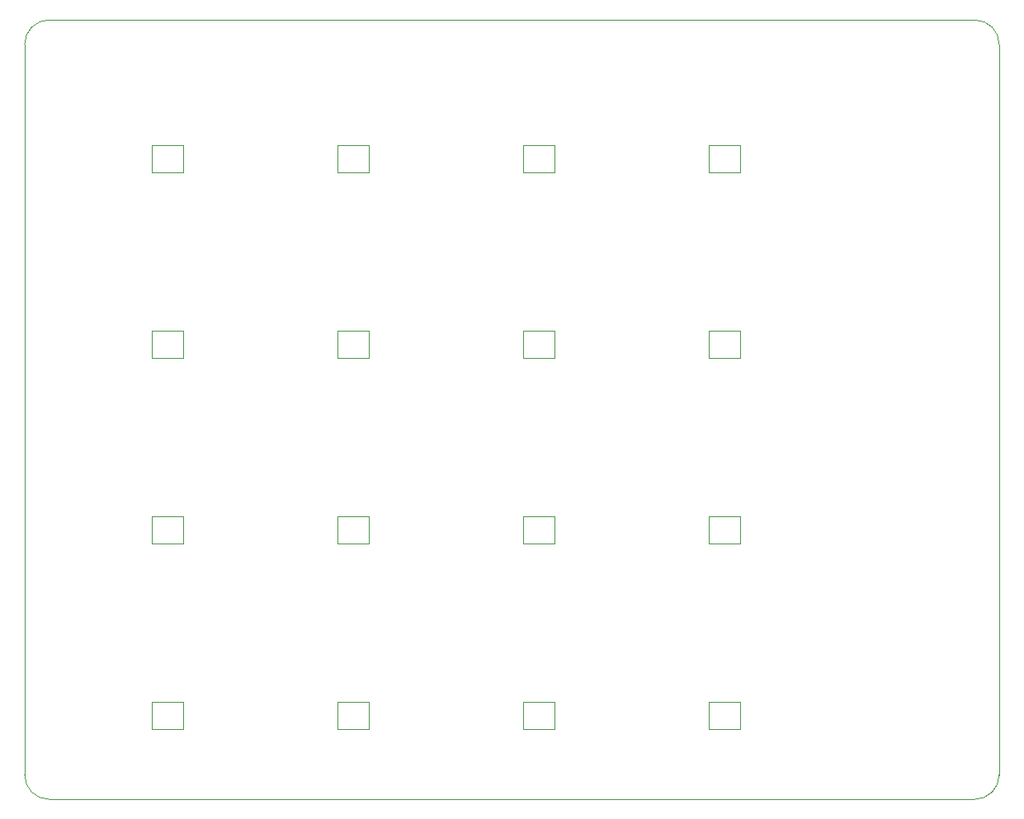
<source format=gbr>
%TF.GenerationSoftware,KiCad,Pcbnew,6.0.7+dfsg-1~bpo11+1*%
%TF.CreationDate,2022-11-02T04:35:51+00:00*%
%TF.ProjectId,MK74HC-16,4d4b3734-4843-42d3-9136-2e6b69636164,rev?*%
%TF.SameCoordinates,Original*%
%TF.FileFunction,Profile,NP*%
%FSLAX46Y46*%
G04 Gerber Fmt 4.6, Leading zero omitted, Abs format (unit mm)*
G04 Created by KiCad (PCBNEW 6.0.7+dfsg-1~bpo11+1) date 2022-11-02 04:35:51*
%MOMM*%
%LPD*%
G01*
G04 APERTURE LIST*
%TA.AperFunction,Profile*%
%ADD10C,0.050000*%
%TD*%
%TA.AperFunction,Profile*%
%ADD11C,0.020000*%
%TD*%
G04 APERTURE END LIST*
D10*
X100000000Y77500000D02*
G75*
G03*
X97500000Y80000000I-2500000J0D01*
G01*
X0Y2500000D02*
G75*
G03*
X2500000Y0I2500000J0D01*
G01*
X100000000Y2500000D02*
X100000000Y77500000D01*
X97500000Y0D02*
G75*
G03*
X100000000Y2500000I0J2500000D01*
G01*
X97500000Y80000000D02*
X2500000Y80000000D01*
X2500000Y0D02*
X97500000Y0D01*
X0Y77500000D02*
X0Y2500000D01*
X2500000Y80000000D02*
G75*
G03*
X0Y77500000I0J-2500000D01*
G01*
D11*
%TO.C,D13*%
X73402000Y7226000D02*
X70202000Y7226000D01*
X70202000Y7226000D02*
X70202000Y10026000D01*
X70202000Y10026000D02*
X73402000Y10026000D01*
X73402000Y10026000D02*
X73402000Y7226000D01*
%TO.C,D8*%
X16252000Y45326000D02*
X13052000Y45326000D01*
X13052000Y45326000D02*
X13052000Y48126000D01*
X13052000Y48126000D02*
X16252000Y48126000D01*
X16252000Y48126000D02*
X16252000Y45326000D01*
%TO.C,D1*%
X73402000Y64376000D02*
X70202000Y64376000D01*
X70202000Y64376000D02*
X70202000Y67176000D01*
X70202000Y67176000D02*
X73402000Y67176000D01*
X73402000Y67176000D02*
X73402000Y64376000D01*
%TO.C,D3*%
X35302000Y64376000D02*
X32102000Y64376000D01*
X32102000Y64376000D02*
X32102000Y67176000D01*
X32102000Y67176000D02*
X35302000Y67176000D01*
X35302000Y67176000D02*
X35302000Y64376000D01*
%TO.C,D5*%
X73402000Y45326000D02*
X70202000Y45326000D01*
X70202000Y45326000D02*
X70202000Y48126000D01*
X70202000Y48126000D02*
X73402000Y48126000D01*
X73402000Y48126000D02*
X73402000Y45326000D01*
%TO.C,D10*%
X54352000Y26276000D02*
X51152000Y26276000D01*
X51152000Y26276000D02*
X51152000Y29076000D01*
X51152000Y29076000D02*
X54352000Y29076000D01*
X54352000Y29076000D02*
X54352000Y26276000D01*
%TO.C,D6*%
X54352000Y45326000D02*
X51152000Y45326000D01*
X51152000Y45326000D02*
X51152000Y48126000D01*
X51152000Y48126000D02*
X54352000Y48126000D01*
X54352000Y48126000D02*
X54352000Y45326000D01*
%TO.C,D7*%
X35302000Y45326000D02*
X32102000Y45326000D01*
X32102000Y45326000D02*
X32102000Y48126000D01*
X32102000Y48126000D02*
X35302000Y48126000D01*
X35302000Y48126000D02*
X35302000Y45326000D01*
%TO.C,D2*%
X54352000Y64376000D02*
X51152000Y64376000D01*
X51152000Y64376000D02*
X51152000Y67176000D01*
X51152000Y67176000D02*
X54352000Y67176000D01*
X54352000Y67176000D02*
X54352000Y64376000D01*
%TO.C,D4*%
X16252000Y64376000D02*
X13052000Y64376000D01*
X13052000Y64376000D02*
X13052000Y67176000D01*
X13052000Y67176000D02*
X16252000Y67176000D01*
X16252000Y67176000D02*
X16252000Y64376000D01*
%TO.C,D16*%
X16252000Y7226000D02*
X13052000Y7226000D01*
X13052000Y7226000D02*
X13052000Y10026000D01*
X13052000Y10026000D02*
X16252000Y10026000D01*
X16252000Y10026000D02*
X16252000Y7226000D01*
%TO.C,D11*%
X35302000Y26276000D02*
X32102000Y26276000D01*
X32102000Y26276000D02*
X32102000Y29076000D01*
X32102000Y29076000D02*
X35302000Y29076000D01*
X35302000Y29076000D02*
X35302000Y26276000D01*
%TO.C,D14*%
X54352000Y7226000D02*
X51152000Y7226000D01*
X51152000Y7226000D02*
X51152000Y10026000D01*
X51152000Y10026000D02*
X54352000Y10026000D01*
X54352000Y10026000D02*
X54352000Y7226000D01*
%TO.C,D12*%
X16252000Y26276000D02*
X13052000Y26276000D01*
X13052000Y26276000D02*
X13052000Y29076000D01*
X13052000Y29076000D02*
X16252000Y29076000D01*
X16252000Y29076000D02*
X16252000Y26276000D01*
%TO.C,D9*%
X73402000Y26276000D02*
X70202000Y26276000D01*
X70202000Y26276000D02*
X70202000Y29076000D01*
X70202000Y29076000D02*
X73402000Y29076000D01*
X73402000Y29076000D02*
X73402000Y26276000D01*
%TO.C,D15*%
X35302000Y7226000D02*
X32102000Y7226000D01*
X32102000Y7226000D02*
X32102000Y10026000D01*
X32102000Y10026000D02*
X35302000Y10026000D01*
X35302000Y10026000D02*
X35302000Y7226000D01*
%TD*%
M02*

</source>
